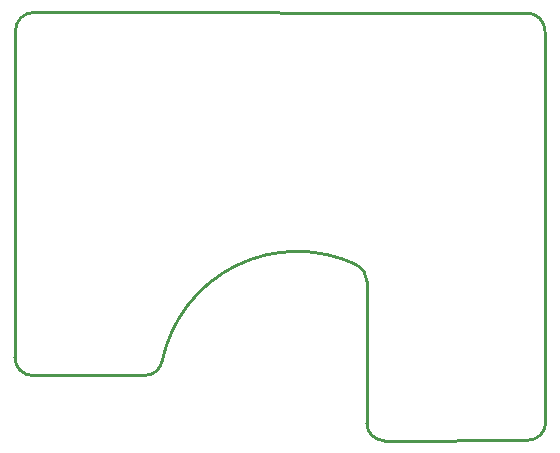
<source format=gko>
G04 Layer: BoardOutline*
G04 EasyEDA v6.4.19.5, 2021-04-14T09:17:14--7:00*
G04 eb9943026e544659989be2c3a0539dbc,debd25b7e7f645e7808fdd9718494454,10*
G04 Gerber Generator version 0.2*
G04 Scale: 100 percent, Rotated: No, Reflected: No *
G04 Dimensions in millimeters *
G04 leading zeros omitted , absolute positions ,4 integer and 5 decimal *
%FSLAX45Y45*%
%MOMM*%

%ADD10C,0.2540*%
D10*
X5715000Y8064500D02*
G01*
X5709701Y5297284D01*
X10198100Y4762500D02*
G01*
X10198100Y8051800D01*
X10058326Y8217141D02*
G01*
X5872327Y8220527D01*
X8839230Y4594646D02*
G01*
X10058400Y4597400D01*
X8689228Y5948565D02*
G01*
X8689228Y4744646D01*
X5859701Y5147284D02*
G01*
X6809480Y5147284D01*
X6269695Y5147332D02*
G01*
X6685112Y5147332D01*
G75*
G01*
X6956364Y5266873D02*
G02*
X8603920Y6083899I1143800J-236821D01*
G75*
G01*
X5866201Y8219326D02*
G03*
X5716201Y8069326I0J-150000D01*
G75*
G01*
X10197506Y8065325D02*
G03*
X10041092Y8215188I-150000J1D01*
G75*
G01*
X10054153Y4599186D02*
G03*
X10204153Y4749185I0J149999D01*
G75*
G01*
X8689228Y4744646D02*
G03*
X8839230Y4594647I150000J0D01*
G75*
G01*
X8603920Y6083899D02*
G02*
X8689228Y5948566I-64691J-135332D01*
G75*
G01*
X6809481Y5147285D02*
G03*
X6956364Y5266873I-1J149999D01*
G75*
G01*
X5709702Y5297284D02*
G03*
X5859701Y5147285I149999J0D01*

%LPD*%
M02*

</source>
